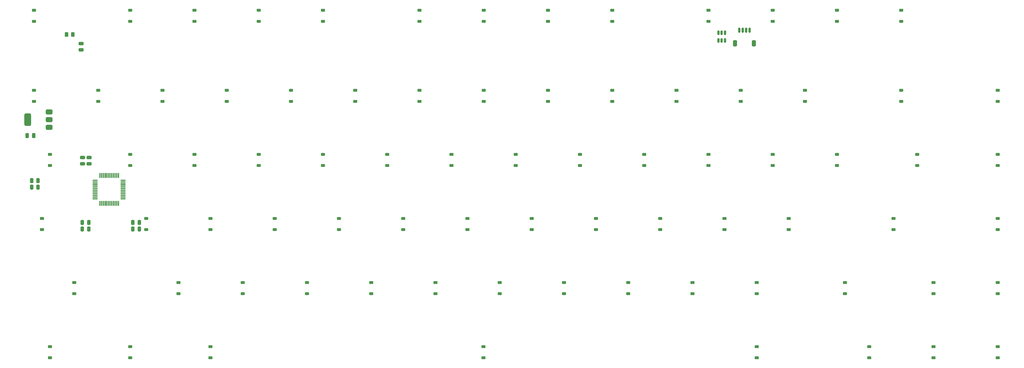
<source format=gbr>
%TF.GenerationSoftware,KiCad,Pcbnew,8.99.0-829-g0984af1676*%
%TF.CreationDate,2024-04-27T09:25:59+07:00*%
%TF.ProjectId,Nuxros75,4e757872-6f73-4373-952e-6b696361645f,rev?*%
%TF.SameCoordinates,Original*%
%TF.FileFunction,Paste,Bot*%
%TF.FilePolarity,Positive*%
%FSLAX46Y46*%
G04 Gerber Fmt 4.6, Leading zero omitted, Abs format (unit mm)*
G04 Created by KiCad (PCBNEW 8.99.0-829-g0984af1676) date 2024-04-27 09:25:59*
%MOMM*%
%LPD*%
G01*
G04 APERTURE LIST*
G04 Aperture macros list*
%AMRoundRect*
0 Rectangle with rounded corners*
0 $1 Rounding radius*
0 $2 $3 $4 $5 $6 $7 $8 $9 X,Y pos of 4 corners*
0 Add a 4 corners polygon primitive as box body*
4,1,4,$2,$3,$4,$5,$6,$7,$8,$9,$2,$3,0*
0 Add four circle primitives for the rounded corners*
1,1,$1+$1,$2,$3*
1,1,$1+$1,$4,$5*
1,1,$1+$1,$6,$7*
1,1,$1+$1,$8,$9*
0 Add four rect primitives between the rounded corners*
20,1,$1+$1,$2,$3,$4,$5,0*
20,1,$1+$1,$4,$5,$6,$7,0*
20,1,$1+$1,$6,$7,$8,$9,0*
20,1,$1+$1,$8,$9,$2,$3,0*%
G04 Aperture macros list end*
%ADD10RoundRect,0.225000X0.375000X-0.225000X0.375000X0.225000X-0.375000X0.225000X-0.375000X-0.225000X0*%
%ADD11RoundRect,0.250000X0.475000X-0.250000X0.475000X0.250000X-0.475000X0.250000X-0.475000X-0.250000X0*%
%ADD12RoundRect,0.250000X-0.250000X-0.475000X0.250000X-0.475000X0.250000X0.475000X-0.250000X0.475000X0*%
%ADD13RoundRect,0.075000X0.662500X0.075000X-0.662500X0.075000X-0.662500X-0.075000X0.662500X-0.075000X0*%
%ADD14RoundRect,0.075000X0.075000X0.662500X-0.075000X0.662500X-0.075000X-0.662500X0.075000X-0.662500X0*%
%ADD15RoundRect,0.375000X0.625000X0.375000X-0.625000X0.375000X-0.625000X-0.375000X0.625000X-0.375000X0*%
%ADD16RoundRect,0.500000X0.500000X1.400000X-0.500000X1.400000X-0.500000X-1.400000X0.500000X-1.400000X0*%
%ADD17RoundRect,0.150000X0.150000X-0.512500X0.150000X0.512500X-0.150000X0.512500X-0.150000X-0.512500X0*%
%ADD18RoundRect,0.250000X-0.475000X0.250000X-0.475000X-0.250000X0.475000X-0.250000X0.475000X0.250000X0*%
%ADD19RoundRect,0.250000X0.250000X0.475000X-0.250000X0.475000X-0.250000X-0.475000X0.250000X-0.475000X0*%
%ADD20RoundRect,0.250000X0.262500X0.450000X-0.262500X0.450000X-0.262500X-0.450000X0.262500X-0.450000X0*%
%ADD21RoundRect,0.150000X0.150000X0.625000X-0.150000X0.625000X-0.150000X-0.625000X0.150000X-0.625000X0*%
%ADD22RoundRect,0.250000X0.350000X0.650000X-0.350000X0.650000X-0.350000X-0.650000X0.350000X-0.650000X0*%
G04 APERTURE END LIST*
D10*
%TO.C,D56*%
X-57055000Y-95622500D03*
X-57055000Y-92322500D03*
%TD*%
%TO.C,D27*%
X-52292500Y-57522500D03*
X-52292500Y-54222500D03*
%TD*%
%TO.C,D6*%
X-147522500Y-33712500D03*
X-147522500Y-30412500D03*
%TD*%
%TO.C,D33*%
X-214217500Y-76572500D03*
X-214217500Y-73272500D03*
%TD*%
%TO.C,D75*%
X-233267500Y-133722500D03*
X-233267500Y-130422500D03*
%TD*%
%TO.C,D18*%
X-223742500Y-57522500D03*
X-223742500Y-54222500D03*
%TD*%
%TO.C,D86*%
X-14192500Y-133722500D03*
X-14192500Y-130422500D03*
%TD*%
%TO.C,D55*%
X-76105000Y-95622500D03*
X-76105000Y-92322500D03*
%TD*%
%TO.C,D58*%
X-249861900Y-114672500D03*
X-249861900Y-111372500D03*
%TD*%
%TO.C,D42*%
X-42767500Y-76572500D03*
X-42767500Y-73272500D03*
%TD*%
%TO.C,D71*%
X-21336000Y-114672500D03*
X-21336000Y-111372500D03*
%TD*%
%TO.C,D20*%
X-185642500Y-57522500D03*
X-185642500Y-54222500D03*
%TD*%
D11*
%TO.C,C10*%
X-247800000Y-42230000D03*
X-247800000Y-40330000D03*
%TD*%
D10*
%TO.C,D38*%
X-118967500Y-76572500D03*
X-118967500Y-73272500D03*
%TD*%
%TO.C,D64*%
X-161830000Y-114672500D03*
X-161830000Y-111372500D03*
%TD*%
%TO.C,D63*%
X-180880000Y-114672500D03*
X-180880000Y-111372500D03*
%TD*%
%TO.C,D69*%
X-66580000Y-114672500D03*
X-66580000Y-111372500D03*
%TD*%
%TO.C,D17*%
X-242792500Y-57522500D03*
X-242792500Y-54222500D03*
%TD*%
%TO.C,D11*%
X-42772500Y-33712500D03*
X-42772500Y-30412500D03*
%TD*%
%TO.C,D60*%
X23907500Y-95622500D03*
X23907500Y-92322500D03*
%TD*%
D12*
%TO.C,C6*%
X-262500000Y-81030000D03*
X-260600000Y-81030000D03*
%TD*%
D13*
%TO.C,Ud1*%
X-235347500Y-80960000D03*
X-235347500Y-81460000D03*
X-235347500Y-81960000D03*
X-235347500Y-82460000D03*
X-235347500Y-82960000D03*
X-235347500Y-83460000D03*
X-235347500Y-83960000D03*
X-235347500Y-84460000D03*
X-235347500Y-84960000D03*
X-235347500Y-85460000D03*
X-235347500Y-85960000D03*
X-235347500Y-86460000D03*
D14*
X-236760000Y-87872500D03*
X-237260000Y-87872500D03*
X-237760000Y-87872500D03*
X-238260000Y-87872500D03*
X-238760000Y-87872500D03*
X-239260000Y-87872500D03*
X-239760000Y-87872500D03*
X-240260000Y-87872500D03*
X-240760000Y-87872500D03*
X-241260000Y-87872500D03*
X-241760000Y-87872500D03*
X-242260000Y-87872500D03*
D13*
X-243672500Y-86460000D03*
X-243672500Y-85960000D03*
X-243672500Y-85460000D03*
X-243672500Y-84960000D03*
X-243672500Y-84460000D03*
X-243672500Y-83960000D03*
X-243672500Y-83460000D03*
X-243672500Y-82960000D03*
X-243672500Y-82460000D03*
X-243672500Y-81960000D03*
X-243672500Y-81460000D03*
X-243672500Y-80960000D03*
D14*
X-242260000Y-79547500D03*
X-241760000Y-79547500D03*
X-241260000Y-79547500D03*
X-240760000Y-79547500D03*
X-240260000Y-79547500D03*
X-239760000Y-79547500D03*
X-239260000Y-79547500D03*
X-238760000Y-79547500D03*
X-238260000Y-79547500D03*
X-237760000Y-79547500D03*
X-237260000Y-79547500D03*
X-236760000Y-79547500D03*
%TD*%
D10*
%TO.C,D52*%
X-133255000Y-95622500D03*
X-133255000Y-92322500D03*
%TD*%
%TO.C,D21*%
X-166592500Y-57522500D03*
X-166592500Y-54222500D03*
%TD*%
%TO.C,D50*%
X-171355000Y-95622500D03*
X-171355000Y-92322500D03*
%TD*%
%TO.C,D9*%
X-90372500Y-33712500D03*
X-90372500Y-30412500D03*
%TD*%
%TO.C,D67*%
X-104680000Y-114672500D03*
X-104680000Y-111372500D03*
%TD*%
%TO.C,D57*%
X-38005000Y-95622500D03*
X-38005000Y-92322500D03*
%TD*%
%TO.C,D4*%
X-195162500Y-33702500D03*
X-195162500Y-30402500D03*
%TD*%
%TO.C,D25*%
X-90392500Y-57522500D03*
X-90392500Y-54222500D03*
%TD*%
%TO.C,D70*%
X-47530000Y-114672500D03*
X-47530000Y-111372500D03*
%TD*%
%TO.C,D68*%
X-85630000Y-114672500D03*
X-85630000Y-111372500D03*
%TD*%
%TO.C,D40*%
X-80867500Y-76572500D03*
X-80867500Y-73272500D03*
%TD*%
D15*
%TO.C,U2*%
X-257350000Y-60650000D03*
X-257350000Y-62950000D03*
D16*
X-263650000Y-62950000D03*
D15*
X-257350000Y-65250000D03*
%TD*%
D10*
%TO.C,D53*%
X-114205000Y-95622500D03*
X-114205000Y-92322500D03*
%TD*%
%TO.C,D36*%
X-157067500Y-76572500D03*
X-157067500Y-73272500D03*
%TD*%
%TO.C,D49*%
X-190405000Y-95622500D03*
X-190405000Y-92322500D03*
%TD*%
%TO.C,D87*%
X4857500Y-133722500D03*
X4857500Y-130422500D03*
%TD*%
%TO.C,D59*%
X-6974400Y-95622500D03*
X-6974400Y-92322500D03*
%TD*%
%TO.C,D1*%
X-261842500Y-33710000D03*
X-261842500Y-30410000D03*
%TD*%
%TO.C,D34*%
X-195167500Y-76572500D03*
X-195167500Y-73272500D03*
%TD*%
%TO.C,D44*%
X95500Y-76572500D03*
X95500Y-73272500D03*
%TD*%
%TO.C,D73*%
X4857500Y-114672500D03*
X4857500Y-111372500D03*
%TD*%
%TO.C,D45*%
X23907500Y-76572500D03*
X23907500Y-73272500D03*
%TD*%
%TO.C,D41*%
X-61817500Y-76572500D03*
X-61817500Y-73272500D03*
%TD*%
%TO.C,D10*%
X-61822500Y-33712500D03*
X-61822500Y-30412500D03*
%TD*%
%TO.C,D5*%
X-176112500Y-33702500D03*
X-176112500Y-30402500D03*
%TD*%
D17*
%TO.C,U3*%
X-56950000Y-39400000D03*
X-57900000Y-39400000D03*
X-58850000Y-39400000D03*
X-58850000Y-37125000D03*
X-57900000Y-37125000D03*
X-56950000Y-37125000D03*
%TD*%
D18*
%TO.C,C2*%
X-247400000Y-74190000D03*
X-247400000Y-76090000D03*
%TD*%
D10*
%TO.C,D12*%
X-23722500Y-33712500D03*
X-23722500Y-30412500D03*
%TD*%
%TO.C,D23*%
X-128492500Y-57522500D03*
X-128492500Y-54222500D03*
%TD*%
D12*
%TO.C,C1*%
X-262500000Y-82990000D03*
X-260600000Y-82990000D03*
%TD*%
D10*
%TO.C,D30*%
X23907500Y-57522500D03*
X23907500Y-54222500D03*
%TD*%
%TO.C,D72*%
X-257079500Y-133722500D03*
X-257079500Y-130422500D03*
%TD*%
%TO.C,D29*%
X-4667500Y-57522500D03*
X-4667500Y-54222500D03*
%TD*%
%TO.C,D39*%
X-99917500Y-76572500D03*
X-99917500Y-73272500D03*
%TD*%
%TO.C,D54*%
X-95155000Y-95622500D03*
X-95155000Y-92322500D03*
%TD*%
%TO.C,D74*%
X23907500Y-114672500D03*
X23907500Y-111372500D03*
%TD*%
%TO.C,D62*%
X-199930000Y-114672500D03*
X-199930000Y-111372500D03*
%TD*%
D19*
%TO.C,C8*%
X-230590000Y-95500000D03*
X-232490000Y-95500000D03*
%TD*%
D10*
%TO.C,D22*%
X-147542500Y-57522500D03*
X-147542500Y-54222500D03*
%TD*%
%TO.C,D2*%
X-233262500Y-33702500D03*
X-233262500Y-30402500D03*
%TD*%
%TO.C,D76*%
X-209454500Y-133722500D03*
X-209454500Y-130422500D03*
%TD*%
D18*
%TO.C,C7*%
X-245440000Y-74190000D03*
X-245440000Y-76090000D03*
%TD*%
D10*
%TO.C,D88*%
X23907500Y-133722500D03*
X23907500Y-130422500D03*
%TD*%
%TO.C,D51*%
X-152305000Y-95622500D03*
X-152305000Y-92322500D03*
%TD*%
%TO.C,D48*%
X-209455000Y-95622500D03*
X-209455000Y-92322500D03*
%TD*%
%TO.C,D28*%
X-33242500Y-57522500D03*
X-33242500Y-54222500D03*
%TD*%
D12*
%TO.C,C4*%
X-247460000Y-95500000D03*
X-245560000Y-95500000D03*
%TD*%
D19*
%TO.C,C3*%
X-230590000Y-93540000D03*
X-232490000Y-93540000D03*
%TD*%
D10*
%TO.C,D65*%
X-142780000Y-114672500D03*
X-142780000Y-111372500D03*
%TD*%
%TO.C,D80*%
X-128502500Y-133720000D03*
X-128502500Y-130420000D03*
%TD*%
%TO.C,D47*%
X-228505000Y-95622500D03*
X-228505000Y-92322500D03*
%TD*%
D12*
%TO.C,C9*%
X-247460000Y-93540000D03*
X-245560000Y-93540000D03*
%TD*%
D10*
%TO.C,D7*%
X-128472500Y-33712500D03*
X-128472500Y-30412500D03*
%TD*%
%TO.C,D35*%
X-176117500Y-76572500D03*
X-176117500Y-73272500D03*
%TD*%
%TO.C,D37*%
X-138017500Y-76572500D03*
X-138017500Y-73272500D03*
%TD*%
%TO.C,D46*%
X-259400000Y-95622500D03*
X-259400000Y-92322500D03*
%TD*%
%TO.C,D24*%
X-109442500Y-57522500D03*
X-109442500Y-54222500D03*
%TD*%
%TO.C,D31*%
X-257079500Y-76572500D03*
X-257079500Y-73272500D03*
%TD*%
%TO.C,D13*%
X-4672500Y-33712500D03*
X-4672500Y-30412500D03*
%TD*%
%TO.C,D19*%
X-204692500Y-57522500D03*
X-204692500Y-54222500D03*
%TD*%
%TO.C,D66*%
X-123730000Y-114672500D03*
X-123730000Y-111372500D03*
%TD*%
%TO.C,D32*%
X-233267500Y-76572500D03*
X-233267500Y-73272500D03*
%TD*%
D20*
%TO.C,R1*%
X-250287500Y-37610000D03*
X-252112500Y-37610000D03*
%TD*%
D10*
%TO.C,D8*%
X-109422500Y-33712500D03*
X-109422500Y-30412500D03*
%TD*%
%TO.C,D84*%
X-47529500Y-133722500D03*
X-47529500Y-130422500D03*
%TD*%
D19*
%TO.C,C5*%
X-261910000Y-67660000D03*
X-263810000Y-67660000D03*
%TD*%
D10*
%TO.C,D26*%
X-71342500Y-57522500D03*
X-71342500Y-54222500D03*
%TD*%
%TO.C,D43*%
X-23717500Y-76572500D03*
X-23717500Y-73272500D03*
%TD*%
%TO.C,D16*%
X-261842500Y-57522500D03*
X-261842500Y-54222500D03*
%TD*%
%TO.C,D3*%
X-214212500Y-33702500D03*
X-214212500Y-30402500D03*
%TD*%
%TO.C,D61*%
X-218980000Y-114672500D03*
X-218980000Y-111372500D03*
%TD*%
D21*
%TO.C,J1*%
X-49670000Y-36380000D03*
X-50670000Y-36380000D03*
X-51670000Y-36380000D03*
X-52670000Y-36380000D03*
D22*
X-48370000Y-40255000D03*
X-53970000Y-40255000D03*
%TD*%
M02*

</source>
